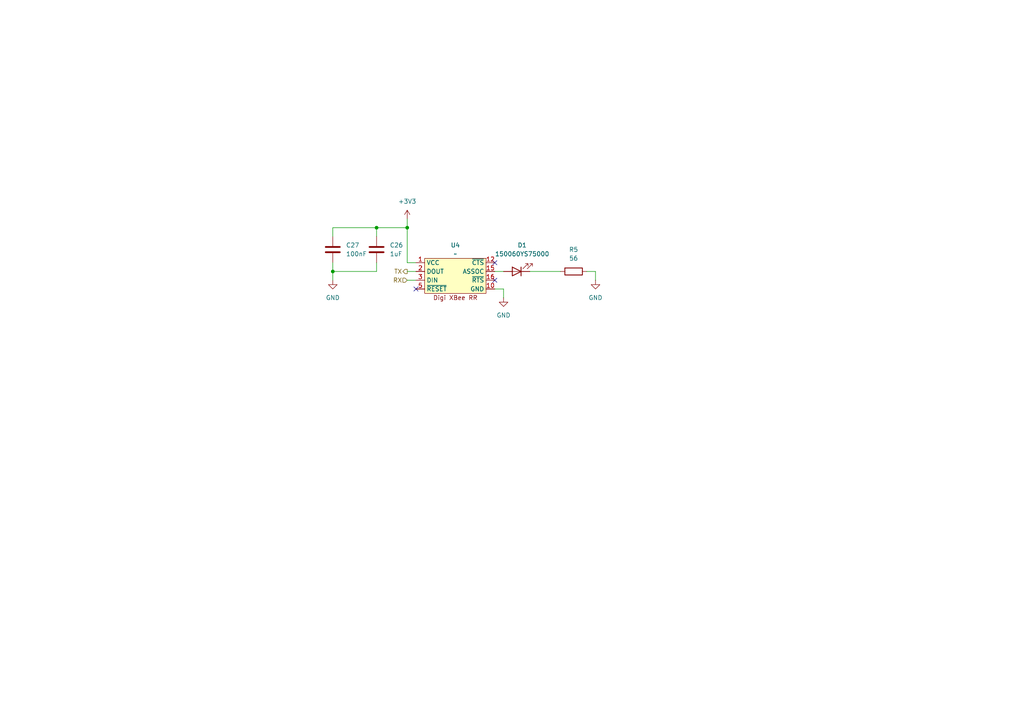
<source format=kicad_sch>
(kicad_sch (version 20250114) (generator "eeschema") (generator_version "9.0")
  (paper "A4")
  (lib_symbols
    (symbol "Device:C" (pin_numbers (hide yes)) (pin_names (offset 0.254))
      (property "Reference" "C" (at 0.635 2.54 0))
      (property "Value" "C" (at 0.635 -2.54 0))
      (symbol "C_0_1"
        (polyline (pts (xy -2.032 0.762) (xy 2.032 0.762)) (stroke (width 0.508)))
        (polyline (pts (xy -2.032 -0.762) (xy 2.032 -0.762)) (stroke (width 0.508)))
      )
      (symbol "C_1_1"
        (pin passive line (at 0 3.81 270) (length 2.794) (name "~") (number "1"))
        (pin passive line (at 0 -3.81 90) (length 2.794) (name "~") (number "2"))
      )
    )
    (symbol "Device:LED" (pin_numbers (hide yes)) (pin_names (offset 1.016) (hide yes))
      (property "Reference" "D" (at 0 2.54 0))
      (property "Value" "LED" (at 0 -2.54 0))
      (symbol "LED_0_1"
        (polyline (pts (xy -3.048 -0.762) (xy -4.572 -2.286) (xy -3.81 -2.286) (xy -4.572 -2.286) (xy -4.572 -1.524)))
        (polyline (pts (xy -1.778 -0.762) (xy -3.302 -2.286) (xy -2.54 -2.286) (xy -3.302 -2.286) (xy -3.302 -1.524)))
        (polyline (pts (xy -1.27 0) (xy 1.27 0)))
        (polyline (pts (xy -1.27 -1.27) (xy -1.27 1.27)) (stroke (width 0.254)))
        (polyline (pts (xy 1.27 -1.27) (xy 1.27 1.27) (xy -1.27 0) (xy 1.27 -1.27)) (stroke (width 0.254)))
      )
      (symbol "LED_1_1"
        (pin passive line (at -3.81 0 0) (length 2.54) (name "K") (number "1"))
        (pin passive line (at 3.81 0 180) (length 2.54) (name "A") (number "2"))
      )
    )
    (symbol "Device:R" (pin_numbers (hide yes)) (pin_names (offset 0))
      (property "Reference" "R" (at 2.032 0 90))
      (property "Value" "R" (at 0 0 90))
      (symbol "R_0_1"
        (rectangle (start -1.016 -2.54) (end 1.016 2.54) (stroke (width 0.254)))
      )
      (symbol "R_1_1"
        (pin passive line (at 0 3.81 270) (length 1.27) (name "~") (number "1"))
        (pin passive line (at 0 -3.81 90) (length 1.27) (name "~") (number "2"))
      )
    )
    (symbol "Drone stuff:DIGI_XBEE_RR_THT"
      (property "Reference" "U" (at 0 7.874 0))
      (symbol "DIGI_XBEE_RR_THT_1_1"
        (rectangle (start -8.89 6.35) (end 8.89 -3.81) (fill (type background)))
        (text "Digi XBee RR" (at 0 -5.08 0) (effects (font (size 1.27 1.27))))
        (pin power_in line (at -11.43 5.08 0) (length 2.54) (name "VCC") (number "1"))
        (pin output line (at -11.43 2.54 0) (length 2.54) (name "DOUT") (number "2"))
        (pin input line (at -11.43 0 0) (length 2.54) (name "DIN") (number "3"))
        (pin input line (at -11.43 -2.54 0) (length 2.54) (name "~{RESET}") (number "5"))
        (pin input line (at 11.43 5.08 180) (length 2.54) (name "~{CTS}") (number "12"))
        (pin output line (at 11.43 2.54 180) (length 2.54) (name "ASSOC") (number "15"))
        (pin output line (at 11.43 0 180) (length 2.54) (name "~{RTS}") (number "16"))
        (pin power_out line (at 11.43 -2.54 180) (length 2.54) (name "GND") (number "10"))
      )
    )
    (symbol "power:+3V3" (power) (pin_numbers (hide yes)) (pin_names (offset 0) (hide yes))
      (property "Value" "+3V3" (at 0 3.556 0))
      (symbol "+3V3_0_1"
        (polyline (pts (xy -0.762 1.27) (xy 0 2.54)))
        (polyline (pts (xy 0 2.54) (xy 0.762 1.27)))
        (polyline (pts (xy 0 0) (xy 0 2.54)))
      )
      (symbol "+3V3_1_1"
        (pin power_in line (at 0 0 90) (length 0) (name "~") (number "1"))
      )
    )
    (symbol "power:GND" (power) (pin_numbers (hide yes)) (pin_names (offset 0) (hide yes))
      (property "Value" "GND" (at 0 -3.81 0))
      (symbol "GND_0_1"
        (polyline (pts (xy 0 0) (xy 0 -1.27) (xy 1.27 -1.27) (xy 0 -2.54) (xy -1.27 -1.27) (xy 0 -1.27)))
      )
      (symbol "GND_1_1"
        (pin power_in line (at 0 0 270) (length 0) (name "~") (number "1"))
      )
    )
  )
  (junction (at 109.22 66.04))
  (junction (at 96.52 78.74))
  (junction (at 118.11 66.04))
  (no_connect (at 143.51 76.2))
  (no_connect (at 143.51 81.28))
  (no_connect (at 120.65 83.82))
  (wire (pts (xy 109.22 66.04) (xy 109.22 68.58)))
  (wire (pts (xy 109.22 66.04) (xy 118.11 66.04)))
  (wire (pts (xy 143.51 78.74) (xy 146.05 78.74)))
  (wire (pts (xy 146.05 83.82) (xy 146.05 86.36)))
  (wire (pts (xy 143.51 83.82) (xy 146.05 83.82)))
  (wire (pts (xy 170.18 78.74) (xy 172.72 78.74)))
  (wire (pts (xy 118.11 63.5) (xy 118.11 66.04)))
  (wire (pts (xy 153.67 78.74) (xy 162.56 78.74)))
  (wire (pts (xy 96.52 66.04) (xy 109.22 66.04)))
  (wire (pts (xy 118.11 78.74) (xy 120.65 78.74)))
  (wire (pts (xy 118.11 66.04) (xy 118.11 76.2)))
  (wire (pts (xy 96.52 68.58) (xy 96.52 66.04)))
  (wire (pts (xy 120.65 76.2) (xy 118.11 76.2)))
  (wire (pts (xy 96.52 78.74) (xy 109.22 78.74)))
  (wire (pts (xy 96.52 78.74) (xy 96.52 81.28)))
  (wire (pts (xy 96.52 76.2) (xy 96.52 78.74)))
  (wire (pts (xy 109.22 78.74) (xy 109.22 76.2)))
  (wire (pts (xy 172.72 78.74) (xy 172.72 81.28)))
  (wire (pts (xy 118.11 81.28) (xy 120.65 81.28)))
  (hierarchical_label "TX" (shape output) (at 118.11 78.74 180))
  (hierarchical_label "RX" (shape input) (at 118.11 81.28 180))
  (symbol (lib_id "power:GND") (at 146.05 86.36 0) (unit 1)
    (property "Reference" "#PWR043" (effects (hide yes)))
    (property "Value" "GND" (at 146.05 91.44 0))
    (property "Description" "Power symbol creates a global label with name \"GND\" , ground" (effects (hide yes)))
  )
  (symbol (lib_id "Drone stuff:DIGI_XBEE_RR_THT") (at 132.08 81.28 0) (unit 1)
    (property "Reference" "U4" (at 132.08 71.12 0))
    (property "Value" "~" (at 132.08 73.66 0))
    (property "Footprint" "Drone stuff:Digi XBee RR Zigbee Through-Hole" (effects (hide yes)))
  )
  (symbol (lib_id "power:+3V3") (at 118.11 63.5 0) (unit 1)
    (property "Reference" "#PWR041" (effects (hide yes)))
    (property "Value" "+3V3" (at 118.11 58.42 0))
    (property "Description" "Power symbol creates a global label with name \"+3V3\"" (effects (hide yes)))
  )
  (symbol (lib_id "Device:R") (at 166.37 78.74 90) (unit 1)
    (property "Reference" "R5" (at 166.37 72.39 90))
    (property "Value" "56" (at 166.37 74.93 90))
    (property "Footprint" "Resistor_SMD:R_0603_1608Metric" (effects (hide yes)))
    (property "Description" "Resistor" (effects (hide yes)))
  )
  (symbol (lib_id "Device:C") (at 109.22 72.39 0) (unit 1)
    (property "Reference" "C26" (at 113.03 71.1199 0) (effects (justify left)))
    (property "Value" "1uF" (at 113.03 73.6599 0) (effects (justify left)))
    (property "Footprint" "Capacitor_SMD:C_0603_1608Metric" (effects (hide yes)))
    (property "Description" "Unpolarized capacitor" (effects (hide yes)))
  )
  (symbol (lib_id "Device:LED") (at 149.86 78.74 180) (unit 1)
    (property "Reference" "D1" (at 151.4475 71.12 0))
    (property "Value" "150060YS75000" (at 151.4475 73.66 0))
    (property "Footprint" "LED_SMD:LED_0603_1608Metric" (effects (hide yes)))
    (property "Description" "Light emitting diode" (effects (hide yes)))
    (property "Sim.Pins" "1=K 2=A" (effects (hide yes)))
  )
  (symbol (lib_id "power:GND") (at 96.52 81.28 0) (unit 1)
    (property "Reference" "#PWR042" (effects (hide yes)))
    (property "Value" "GND" (at 96.52 86.36 0))
    (property "Description" "Power symbol creates a global label with name \"GND\" , ground" (effects (hide yes)))
  )
  (symbol (lib_id "power:GND") (at 172.72 81.28 0) (unit 1)
    (property "Reference" "#PWR044" (effects (hide yes)))
    (property "Value" "GND" (at 172.72 86.36 0))
    (property "Description" "Power symbol creates a global label with name \"GND\" , ground" (effects (hide yes)))
  )
  (symbol (lib_id "Device:C") (at 96.52 72.39 0) (unit 1)
    (property "Reference" "C27" (at 100.33 71.1199 0) (effects (justify left)))
    (property "Value" "100nF" (at 100.33 73.6599 0) (effects (justify left)))
    (property "Footprint" "Capacitor_SMD:C_0603_1608Metric" (effects (hide yes)))
    (property "Description" "Unpolarized capacitor" (effects (hide yes)))
  )
)
</source>
